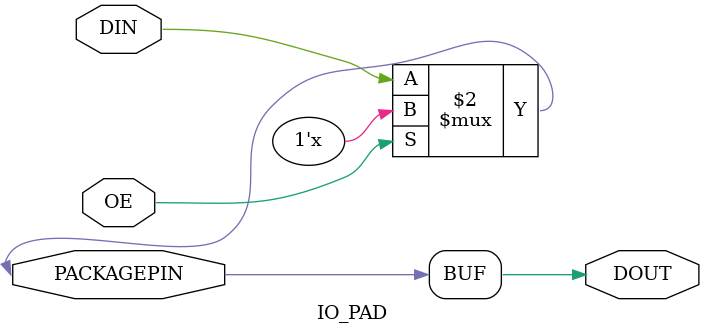
<source format=v>
`timescale 10ps/1ps 
module IO_PAD ( 
	PACKAGEPIN,
 	DOUT,
	DIN,
	OE	   	
 ); 

parameter PULLUP = 1'b0; // by default the IO will have NO pullup, 
			//  this parameter is used only on bank 0, 1, and 2. Will be ignored when it is placed at bank 3
parameter IO_STANDARD = "SB_LVCMOS"; 
				// bank 0,1,2 supports SB_LVCMOS standard only 
				// bank 3 supports :SB_LVCMOS,SB_SSTL2_CLASS_2, SB_SSTL2_CLASS_1, SB_SSTL18_FULL, SB_SSTL18_HALF

input 	DIN;            // Data from core to PAD  
input 	OE;		// Output Data Enable (tristate) 
output 	DOUT;           // Data from PAD to core 
inout 	PACKAGEPIN; 	//' User's package pin - 'PAD' output

assign PACKAGEPIN = (~OE)? DIN : 1'bz;
assign DOUT       = PACKAGEPIN ;


endmodule   //IO_PAD 

</source>
